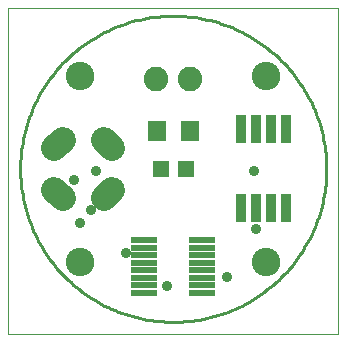
<source format=gts>
G75*
%MOIN*%
%OFA0B0*%
%FSLAX25Y25*%
%IPPOS*%
%LPD*%
%AMOC8*
5,1,8,0,0,1.08239X$1,22.5*
%
%ADD10C,0.00000*%
%ADD11C,0.01000*%
%ADD12C,0.09500*%
%ADD13R,0.06312X0.07099*%
%ADD14R,0.08600X0.02200*%
%ADD15R,0.03200X0.09500*%
%ADD16R,0.05524X0.05524*%
%ADD17C,0.08200*%
%ADD18C,0.08674*%
%ADD19C,0.03500*%
D10*
X0006500Y0001500D02*
X0006500Y0110201D01*
X0116421Y0110201D01*
X0116421Y0001500D01*
X0006500Y0001500D01*
X0026150Y0025500D02*
X0026152Y0025631D01*
X0026158Y0025763D01*
X0026168Y0025894D01*
X0026182Y0026024D01*
X0026200Y0026155D01*
X0026221Y0026284D01*
X0026247Y0026413D01*
X0026276Y0026541D01*
X0026310Y0026668D01*
X0026347Y0026794D01*
X0026388Y0026919D01*
X0026433Y0027043D01*
X0026481Y0027165D01*
X0026533Y0027285D01*
X0026589Y0027404D01*
X0026648Y0027522D01*
X0026711Y0027637D01*
X0026777Y0027750D01*
X0026847Y0027862D01*
X0026920Y0027971D01*
X0026996Y0028078D01*
X0027076Y0028183D01*
X0027158Y0028285D01*
X0027244Y0028385D01*
X0027333Y0028482D01*
X0027424Y0028576D01*
X0027518Y0028667D01*
X0027615Y0028756D01*
X0027715Y0028842D01*
X0027817Y0028924D01*
X0027922Y0029004D01*
X0028029Y0029080D01*
X0028138Y0029153D01*
X0028250Y0029223D01*
X0028363Y0029289D01*
X0028478Y0029352D01*
X0028596Y0029411D01*
X0028715Y0029467D01*
X0028835Y0029519D01*
X0028957Y0029567D01*
X0029081Y0029612D01*
X0029206Y0029653D01*
X0029332Y0029690D01*
X0029459Y0029724D01*
X0029587Y0029753D01*
X0029716Y0029779D01*
X0029845Y0029800D01*
X0029976Y0029818D01*
X0030106Y0029832D01*
X0030237Y0029842D01*
X0030369Y0029848D01*
X0030500Y0029850D01*
X0030631Y0029848D01*
X0030763Y0029842D01*
X0030894Y0029832D01*
X0031024Y0029818D01*
X0031155Y0029800D01*
X0031284Y0029779D01*
X0031413Y0029753D01*
X0031541Y0029724D01*
X0031668Y0029690D01*
X0031794Y0029653D01*
X0031919Y0029612D01*
X0032043Y0029567D01*
X0032165Y0029519D01*
X0032285Y0029467D01*
X0032404Y0029411D01*
X0032522Y0029352D01*
X0032637Y0029289D01*
X0032750Y0029223D01*
X0032862Y0029153D01*
X0032971Y0029080D01*
X0033078Y0029004D01*
X0033183Y0028924D01*
X0033285Y0028842D01*
X0033385Y0028756D01*
X0033482Y0028667D01*
X0033576Y0028576D01*
X0033667Y0028482D01*
X0033756Y0028385D01*
X0033842Y0028285D01*
X0033924Y0028183D01*
X0034004Y0028078D01*
X0034080Y0027971D01*
X0034153Y0027862D01*
X0034223Y0027750D01*
X0034289Y0027637D01*
X0034352Y0027522D01*
X0034411Y0027404D01*
X0034467Y0027285D01*
X0034519Y0027165D01*
X0034567Y0027043D01*
X0034612Y0026919D01*
X0034653Y0026794D01*
X0034690Y0026668D01*
X0034724Y0026541D01*
X0034753Y0026413D01*
X0034779Y0026284D01*
X0034800Y0026155D01*
X0034818Y0026024D01*
X0034832Y0025894D01*
X0034842Y0025763D01*
X0034848Y0025631D01*
X0034850Y0025500D01*
X0034848Y0025369D01*
X0034842Y0025237D01*
X0034832Y0025106D01*
X0034818Y0024976D01*
X0034800Y0024845D01*
X0034779Y0024716D01*
X0034753Y0024587D01*
X0034724Y0024459D01*
X0034690Y0024332D01*
X0034653Y0024206D01*
X0034612Y0024081D01*
X0034567Y0023957D01*
X0034519Y0023835D01*
X0034467Y0023715D01*
X0034411Y0023596D01*
X0034352Y0023478D01*
X0034289Y0023363D01*
X0034223Y0023250D01*
X0034153Y0023138D01*
X0034080Y0023029D01*
X0034004Y0022922D01*
X0033924Y0022817D01*
X0033842Y0022715D01*
X0033756Y0022615D01*
X0033667Y0022518D01*
X0033576Y0022424D01*
X0033482Y0022333D01*
X0033385Y0022244D01*
X0033285Y0022158D01*
X0033183Y0022076D01*
X0033078Y0021996D01*
X0032971Y0021920D01*
X0032862Y0021847D01*
X0032750Y0021777D01*
X0032637Y0021711D01*
X0032522Y0021648D01*
X0032404Y0021589D01*
X0032285Y0021533D01*
X0032165Y0021481D01*
X0032043Y0021433D01*
X0031919Y0021388D01*
X0031794Y0021347D01*
X0031668Y0021310D01*
X0031541Y0021276D01*
X0031413Y0021247D01*
X0031284Y0021221D01*
X0031155Y0021200D01*
X0031024Y0021182D01*
X0030894Y0021168D01*
X0030763Y0021158D01*
X0030631Y0021152D01*
X0030500Y0021150D01*
X0030369Y0021152D01*
X0030237Y0021158D01*
X0030106Y0021168D01*
X0029976Y0021182D01*
X0029845Y0021200D01*
X0029716Y0021221D01*
X0029587Y0021247D01*
X0029459Y0021276D01*
X0029332Y0021310D01*
X0029206Y0021347D01*
X0029081Y0021388D01*
X0028957Y0021433D01*
X0028835Y0021481D01*
X0028715Y0021533D01*
X0028596Y0021589D01*
X0028478Y0021648D01*
X0028363Y0021711D01*
X0028250Y0021777D01*
X0028138Y0021847D01*
X0028029Y0021920D01*
X0027922Y0021996D01*
X0027817Y0022076D01*
X0027715Y0022158D01*
X0027615Y0022244D01*
X0027518Y0022333D01*
X0027424Y0022424D01*
X0027333Y0022518D01*
X0027244Y0022615D01*
X0027158Y0022715D01*
X0027076Y0022817D01*
X0026996Y0022922D01*
X0026920Y0023029D01*
X0026847Y0023138D01*
X0026777Y0023250D01*
X0026711Y0023363D01*
X0026648Y0023478D01*
X0026589Y0023596D01*
X0026533Y0023715D01*
X0026481Y0023835D01*
X0026433Y0023957D01*
X0026388Y0024081D01*
X0026347Y0024206D01*
X0026310Y0024332D01*
X0026276Y0024459D01*
X0026247Y0024587D01*
X0026221Y0024716D01*
X0026200Y0024845D01*
X0026182Y0024976D01*
X0026168Y0025106D01*
X0026158Y0025237D01*
X0026152Y0025369D01*
X0026150Y0025500D01*
X0088150Y0025500D02*
X0088152Y0025631D01*
X0088158Y0025763D01*
X0088168Y0025894D01*
X0088182Y0026024D01*
X0088200Y0026155D01*
X0088221Y0026284D01*
X0088247Y0026413D01*
X0088276Y0026541D01*
X0088310Y0026668D01*
X0088347Y0026794D01*
X0088388Y0026919D01*
X0088433Y0027043D01*
X0088481Y0027165D01*
X0088533Y0027285D01*
X0088589Y0027404D01*
X0088648Y0027522D01*
X0088711Y0027637D01*
X0088777Y0027750D01*
X0088847Y0027862D01*
X0088920Y0027971D01*
X0088996Y0028078D01*
X0089076Y0028183D01*
X0089158Y0028285D01*
X0089244Y0028385D01*
X0089333Y0028482D01*
X0089424Y0028576D01*
X0089518Y0028667D01*
X0089615Y0028756D01*
X0089715Y0028842D01*
X0089817Y0028924D01*
X0089922Y0029004D01*
X0090029Y0029080D01*
X0090138Y0029153D01*
X0090250Y0029223D01*
X0090363Y0029289D01*
X0090478Y0029352D01*
X0090596Y0029411D01*
X0090715Y0029467D01*
X0090835Y0029519D01*
X0090957Y0029567D01*
X0091081Y0029612D01*
X0091206Y0029653D01*
X0091332Y0029690D01*
X0091459Y0029724D01*
X0091587Y0029753D01*
X0091716Y0029779D01*
X0091845Y0029800D01*
X0091976Y0029818D01*
X0092106Y0029832D01*
X0092237Y0029842D01*
X0092369Y0029848D01*
X0092500Y0029850D01*
X0092631Y0029848D01*
X0092763Y0029842D01*
X0092894Y0029832D01*
X0093024Y0029818D01*
X0093155Y0029800D01*
X0093284Y0029779D01*
X0093413Y0029753D01*
X0093541Y0029724D01*
X0093668Y0029690D01*
X0093794Y0029653D01*
X0093919Y0029612D01*
X0094043Y0029567D01*
X0094165Y0029519D01*
X0094285Y0029467D01*
X0094404Y0029411D01*
X0094522Y0029352D01*
X0094637Y0029289D01*
X0094750Y0029223D01*
X0094862Y0029153D01*
X0094971Y0029080D01*
X0095078Y0029004D01*
X0095183Y0028924D01*
X0095285Y0028842D01*
X0095385Y0028756D01*
X0095482Y0028667D01*
X0095576Y0028576D01*
X0095667Y0028482D01*
X0095756Y0028385D01*
X0095842Y0028285D01*
X0095924Y0028183D01*
X0096004Y0028078D01*
X0096080Y0027971D01*
X0096153Y0027862D01*
X0096223Y0027750D01*
X0096289Y0027637D01*
X0096352Y0027522D01*
X0096411Y0027404D01*
X0096467Y0027285D01*
X0096519Y0027165D01*
X0096567Y0027043D01*
X0096612Y0026919D01*
X0096653Y0026794D01*
X0096690Y0026668D01*
X0096724Y0026541D01*
X0096753Y0026413D01*
X0096779Y0026284D01*
X0096800Y0026155D01*
X0096818Y0026024D01*
X0096832Y0025894D01*
X0096842Y0025763D01*
X0096848Y0025631D01*
X0096850Y0025500D01*
X0096848Y0025369D01*
X0096842Y0025237D01*
X0096832Y0025106D01*
X0096818Y0024976D01*
X0096800Y0024845D01*
X0096779Y0024716D01*
X0096753Y0024587D01*
X0096724Y0024459D01*
X0096690Y0024332D01*
X0096653Y0024206D01*
X0096612Y0024081D01*
X0096567Y0023957D01*
X0096519Y0023835D01*
X0096467Y0023715D01*
X0096411Y0023596D01*
X0096352Y0023478D01*
X0096289Y0023363D01*
X0096223Y0023250D01*
X0096153Y0023138D01*
X0096080Y0023029D01*
X0096004Y0022922D01*
X0095924Y0022817D01*
X0095842Y0022715D01*
X0095756Y0022615D01*
X0095667Y0022518D01*
X0095576Y0022424D01*
X0095482Y0022333D01*
X0095385Y0022244D01*
X0095285Y0022158D01*
X0095183Y0022076D01*
X0095078Y0021996D01*
X0094971Y0021920D01*
X0094862Y0021847D01*
X0094750Y0021777D01*
X0094637Y0021711D01*
X0094522Y0021648D01*
X0094404Y0021589D01*
X0094285Y0021533D01*
X0094165Y0021481D01*
X0094043Y0021433D01*
X0093919Y0021388D01*
X0093794Y0021347D01*
X0093668Y0021310D01*
X0093541Y0021276D01*
X0093413Y0021247D01*
X0093284Y0021221D01*
X0093155Y0021200D01*
X0093024Y0021182D01*
X0092894Y0021168D01*
X0092763Y0021158D01*
X0092631Y0021152D01*
X0092500Y0021150D01*
X0092369Y0021152D01*
X0092237Y0021158D01*
X0092106Y0021168D01*
X0091976Y0021182D01*
X0091845Y0021200D01*
X0091716Y0021221D01*
X0091587Y0021247D01*
X0091459Y0021276D01*
X0091332Y0021310D01*
X0091206Y0021347D01*
X0091081Y0021388D01*
X0090957Y0021433D01*
X0090835Y0021481D01*
X0090715Y0021533D01*
X0090596Y0021589D01*
X0090478Y0021648D01*
X0090363Y0021711D01*
X0090250Y0021777D01*
X0090138Y0021847D01*
X0090029Y0021920D01*
X0089922Y0021996D01*
X0089817Y0022076D01*
X0089715Y0022158D01*
X0089615Y0022244D01*
X0089518Y0022333D01*
X0089424Y0022424D01*
X0089333Y0022518D01*
X0089244Y0022615D01*
X0089158Y0022715D01*
X0089076Y0022817D01*
X0088996Y0022922D01*
X0088920Y0023029D01*
X0088847Y0023138D01*
X0088777Y0023250D01*
X0088711Y0023363D01*
X0088648Y0023478D01*
X0088589Y0023596D01*
X0088533Y0023715D01*
X0088481Y0023835D01*
X0088433Y0023957D01*
X0088388Y0024081D01*
X0088347Y0024206D01*
X0088310Y0024332D01*
X0088276Y0024459D01*
X0088247Y0024587D01*
X0088221Y0024716D01*
X0088200Y0024845D01*
X0088182Y0024976D01*
X0088168Y0025106D01*
X0088158Y0025237D01*
X0088152Y0025369D01*
X0088150Y0025500D01*
X0088150Y0087500D02*
X0088152Y0087631D01*
X0088158Y0087763D01*
X0088168Y0087894D01*
X0088182Y0088024D01*
X0088200Y0088155D01*
X0088221Y0088284D01*
X0088247Y0088413D01*
X0088276Y0088541D01*
X0088310Y0088668D01*
X0088347Y0088794D01*
X0088388Y0088919D01*
X0088433Y0089043D01*
X0088481Y0089165D01*
X0088533Y0089285D01*
X0088589Y0089404D01*
X0088648Y0089522D01*
X0088711Y0089637D01*
X0088777Y0089750D01*
X0088847Y0089862D01*
X0088920Y0089971D01*
X0088996Y0090078D01*
X0089076Y0090183D01*
X0089158Y0090285D01*
X0089244Y0090385D01*
X0089333Y0090482D01*
X0089424Y0090576D01*
X0089518Y0090667D01*
X0089615Y0090756D01*
X0089715Y0090842D01*
X0089817Y0090924D01*
X0089922Y0091004D01*
X0090029Y0091080D01*
X0090138Y0091153D01*
X0090250Y0091223D01*
X0090363Y0091289D01*
X0090478Y0091352D01*
X0090596Y0091411D01*
X0090715Y0091467D01*
X0090835Y0091519D01*
X0090957Y0091567D01*
X0091081Y0091612D01*
X0091206Y0091653D01*
X0091332Y0091690D01*
X0091459Y0091724D01*
X0091587Y0091753D01*
X0091716Y0091779D01*
X0091845Y0091800D01*
X0091976Y0091818D01*
X0092106Y0091832D01*
X0092237Y0091842D01*
X0092369Y0091848D01*
X0092500Y0091850D01*
X0092631Y0091848D01*
X0092763Y0091842D01*
X0092894Y0091832D01*
X0093024Y0091818D01*
X0093155Y0091800D01*
X0093284Y0091779D01*
X0093413Y0091753D01*
X0093541Y0091724D01*
X0093668Y0091690D01*
X0093794Y0091653D01*
X0093919Y0091612D01*
X0094043Y0091567D01*
X0094165Y0091519D01*
X0094285Y0091467D01*
X0094404Y0091411D01*
X0094522Y0091352D01*
X0094637Y0091289D01*
X0094750Y0091223D01*
X0094862Y0091153D01*
X0094971Y0091080D01*
X0095078Y0091004D01*
X0095183Y0090924D01*
X0095285Y0090842D01*
X0095385Y0090756D01*
X0095482Y0090667D01*
X0095576Y0090576D01*
X0095667Y0090482D01*
X0095756Y0090385D01*
X0095842Y0090285D01*
X0095924Y0090183D01*
X0096004Y0090078D01*
X0096080Y0089971D01*
X0096153Y0089862D01*
X0096223Y0089750D01*
X0096289Y0089637D01*
X0096352Y0089522D01*
X0096411Y0089404D01*
X0096467Y0089285D01*
X0096519Y0089165D01*
X0096567Y0089043D01*
X0096612Y0088919D01*
X0096653Y0088794D01*
X0096690Y0088668D01*
X0096724Y0088541D01*
X0096753Y0088413D01*
X0096779Y0088284D01*
X0096800Y0088155D01*
X0096818Y0088024D01*
X0096832Y0087894D01*
X0096842Y0087763D01*
X0096848Y0087631D01*
X0096850Y0087500D01*
X0096848Y0087369D01*
X0096842Y0087237D01*
X0096832Y0087106D01*
X0096818Y0086976D01*
X0096800Y0086845D01*
X0096779Y0086716D01*
X0096753Y0086587D01*
X0096724Y0086459D01*
X0096690Y0086332D01*
X0096653Y0086206D01*
X0096612Y0086081D01*
X0096567Y0085957D01*
X0096519Y0085835D01*
X0096467Y0085715D01*
X0096411Y0085596D01*
X0096352Y0085478D01*
X0096289Y0085363D01*
X0096223Y0085250D01*
X0096153Y0085138D01*
X0096080Y0085029D01*
X0096004Y0084922D01*
X0095924Y0084817D01*
X0095842Y0084715D01*
X0095756Y0084615D01*
X0095667Y0084518D01*
X0095576Y0084424D01*
X0095482Y0084333D01*
X0095385Y0084244D01*
X0095285Y0084158D01*
X0095183Y0084076D01*
X0095078Y0083996D01*
X0094971Y0083920D01*
X0094862Y0083847D01*
X0094750Y0083777D01*
X0094637Y0083711D01*
X0094522Y0083648D01*
X0094404Y0083589D01*
X0094285Y0083533D01*
X0094165Y0083481D01*
X0094043Y0083433D01*
X0093919Y0083388D01*
X0093794Y0083347D01*
X0093668Y0083310D01*
X0093541Y0083276D01*
X0093413Y0083247D01*
X0093284Y0083221D01*
X0093155Y0083200D01*
X0093024Y0083182D01*
X0092894Y0083168D01*
X0092763Y0083158D01*
X0092631Y0083152D01*
X0092500Y0083150D01*
X0092369Y0083152D01*
X0092237Y0083158D01*
X0092106Y0083168D01*
X0091976Y0083182D01*
X0091845Y0083200D01*
X0091716Y0083221D01*
X0091587Y0083247D01*
X0091459Y0083276D01*
X0091332Y0083310D01*
X0091206Y0083347D01*
X0091081Y0083388D01*
X0090957Y0083433D01*
X0090835Y0083481D01*
X0090715Y0083533D01*
X0090596Y0083589D01*
X0090478Y0083648D01*
X0090363Y0083711D01*
X0090250Y0083777D01*
X0090138Y0083847D01*
X0090029Y0083920D01*
X0089922Y0083996D01*
X0089817Y0084076D01*
X0089715Y0084158D01*
X0089615Y0084244D01*
X0089518Y0084333D01*
X0089424Y0084424D01*
X0089333Y0084518D01*
X0089244Y0084615D01*
X0089158Y0084715D01*
X0089076Y0084817D01*
X0088996Y0084922D01*
X0088920Y0085029D01*
X0088847Y0085138D01*
X0088777Y0085250D01*
X0088711Y0085363D01*
X0088648Y0085478D01*
X0088589Y0085596D01*
X0088533Y0085715D01*
X0088481Y0085835D01*
X0088433Y0085957D01*
X0088388Y0086081D01*
X0088347Y0086206D01*
X0088310Y0086332D01*
X0088276Y0086459D01*
X0088247Y0086587D01*
X0088221Y0086716D01*
X0088200Y0086845D01*
X0088182Y0086976D01*
X0088168Y0087106D01*
X0088158Y0087237D01*
X0088152Y0087369D01*
X0088150Y0087500D01*
X0026150Y0087500D02*
X0026152Y0087631D01*
X0026158Y0087763D01*
X0026168Y0087894D01*
X0026182Y0088024D01*
X0026200Y0088155D01*
X0026221Y0088284D01*
X0026247Y0088413D01*
X0026276Y0088541D01*
X0026310Y0088668D01*
X0026347Y0088794D01*
X0026388Y0088919D01*
X0026433Y0089043D01*
X0026481Y0089165D01*
X0026533Y0089285D01*
X0026589Y0089404D01*
X0026648Y0089522D01*
X0026711Y0089637D01*
X0026777Y0089750D01*
X0026847Y0089862D01*
X0026920Y0089971D01*
X0026996Y0090078D01*
X0027076Y0090183D01*
X0027158Y0090285D01*
X0027244Y0090385D01*
X0027333Y0090482D01*
X0027424Y0090576D01*
X0027518Y0090667D01*
X0027615Y0090756D01*
X0027715Y0090842D01*
X0027817Y0090924D01*
X0027922Y0091004D01*
X0028029Y0091080D01*
X0028138Y0091153D01*
X0028250Y0091223D01*
X0028363Y0091289D01*
X0028478Y0091352D01*
X0028596Y0091411D01*
X0028715Y0091467D01*
X0028835Y0091519D01*
X0028957Y0091567D01*
X0029081Y0091612D01*
X0029206Y0091653D01*
X0029332Y0091690D01*
X0029459Y0091724D01*
X0029587Y0091753D01*
X0029716Y0091779D01*
X0029845Y0091800D01*
X0029976Y0091818D01*
X0030106Y0091832D01*
X0030237Y0091842D01*
X0030369Y0091848D01*
X0030500Y0091850D01*
X0030631Y0091848D01*
X0030763Y0091842D01*
X0030894Y0091832D01*
X0031024Y0091818D01*
X0031155Y0091800D01*
X0031284Y0091779D01*
X0031413Y0091753D01*
X0031541Y0091724D01*
X0031668Y0091690D01*
X0031794Y0091653D01*
X0031919Y0091612D01*
X0032043Y0091567D01*
X0032165Y0091519D01*
X0032285Y0091467D01*
X0032404Y0091411D01*
X0032522Y0091352D01*
X0032637Y0091289D01*
X0032750Y0091223D01*
X0032862Y0091153D01*
X0032971Y0091080D01*
X0033078Y0091004D01*
X0033183Y0090924D01*
X0033285Y0090842D01*
X0033385Y0090756D01*
X0033482Y0090667D01*
X0033576Y0090576D01*
X0033667Y0090482D01*
X0033756Y0090385D01*
X0033842Y0090285D01*
X0033924Y0090183D01*
X0034004Y0090078D01*
X0034080Y0089971D01*
X0034153Y0089862D01*
X0034223Y0089750D01*
X0034289Y0089637D01*
X0034352Y0089522D01*
X0034411Y0089404D01*
X0034467Y0089285D01*
X0034519Y0089165D01*
X0034567Y0089043D01*
X0034612Y0088919D01*
X0034653Y0088794D01*
X0034690Y0088668D01*
X0034724Y0088541D01*
X0034753Y0088413D01*
X0034779Y0088284D01*
X0034800Y0088155D01*
X0034818Y0088024D01*
X0034832Y0087894D01*
X0034842Y0087763D01*
X0034848Y0087631D01*
X0034850Y0087500D01*
X0034848Y0087369D01*
X0034842Y0087237D01*
X0034832Y0087106D01*
X0034818Y0086976D01*
X0034800Y0086845D01*
X0034779Y0086716D01*
X0034753Y0086587D01*
X0034724Y0086459D01*
X0034690Y0086332D01*
X0034653Y0086206D01*
X0034612Y0086081D01*
X0034567Y0085957D01*
X0034519Y0085835D01*
X0034467Y0085715D01*
X0034411Y0085596D01*
X0034352Y0085478D01*
X0034289Y0085363D01*
X0034223Y0085250D01*
X0034153Y0085138D01*
X0034080Y0085029D01*
X0034004Y0084922D01*
X0033924Y0084817D01*
X0033842Y0084715D01*
X0033756Y0084615D01*
X0033667Y0084518D01*
X0033576Y0084424D01*
X0033482Y0084333D01*
X0033385Y0084244D01*
X0033285Y0084158D01*
X0033183Y0084076D01*
X0033078Y0083996D01*
X0032971Y0083920D01*
X0032862Y0083847D01*
X0032750Y0083777D01*
X0032637Y0083711D01*
X0032522Y0083648D01*
X0032404Y0083589D01*
X0032285Y0083533D01*
X0032165Y0083481D01*
X0032043Y0083433D01*
X0031919Y0083388D01*
X0031794Y0083347D01*
X0031668Y0083310D01*
X0031541Y0083276D01*
X0031413Y0083247D01*
X0031284Y0083221D01*
X0031155Y0083200D01*
X0031024Y0083182D01*
X0030894Y0083168D01*
X0030763Y0083158D01*
X0030631Y0083152D01*
X0030500Y0083150D01*
X0030369Y0083152D01*
X0030237Y0083158D01*
X0030106Y0083168D01*
X0029976Y0083182D01*
X0029845Y0083200D01*
X0029716Y0083221D01*
X0029587Y0083247D01*
X0029459Y0083276D01*
X0029332Y0083310D01*
X0029206Y0083347D01*
X0029081Y0083388D01*
X0028957Y0083433D01*
X0028835Y0083481D01*
X0028715Y0083533D01*
X0028596Y0083589D01*
X0028478Y0083648D01*
X0028363Y0083711D01*
X0028250Y0083777D01*
X0028138Y0083847D01*
X0028029Y0083920D01*
X0027922Y0083996D01*
X0027817Y0084076D01*
X0027715Y0084158D01*
X0027615Y0084244D01*
X0027518Y0084333D01*
X0027424Y0084424D01*
X0027333Y0084518D01*
X0027244Y0084615D01*
X0027158Y0084715D01*
X0027076Y0084817D01*
X0026996Y0084922D01*
X0026920Y0085029D01*
X0026847Y0085138D01*
X0026777Y0085250D01*
X0026711Y0085363D01*
X0026648Y0085478D01*
X0026589Y0085596D01*
X0026533Y0085715D01*
X0026481Y0085835D01*
X0026433Y0085957D01*
X0026388Y0086081D01*
X0026347Y0086206D01*
X0026310Y0086332D01*
X0026276Y0086459D01*
X0026247Y0086587D01*
X0026221Y0086716D01*
X0026200Y0086845D01*
X0026182Y0086976D01*
X0026168Y0087106D01*
X0026158Y0087237D01*
X0026152Y0087369D01*
X0026150Y0087500D01*
D11*
X0010500Y0056500D02*
X0010515Y0057752D01*
X0010561Y0059002D01*
X0010638Y0060252D01*
X0010746Y0061499D01*
X0010884Y0062743D01*
X0011052Y0063983D01*
X0011251Y0065219D01*
X0011480Y0066450D01*
X0011739Y0067674D01*
X0012028Y0068892D01*
X0012347Y0070102D01*
X0012696Y0071305D01*
X0013074Y0072498D01*
X0013481Y0073681D01*
X0013917Y0074855D01*
X0014382Y0076017D01*
X0014875Y0077167D01*
X0015397Y0078305D01*
X0015946Y0079430D01*
X0016522Y0080541D01*
X0017126Y0081638D01*
X0017756Y0082719D01*
X0018412Y0083785D01*
X0019095Y0084834D01*
X0019803Y0085866D01*
X0020536Y0086881D01*
X0021294Y0087877D01*
X0022076Y0088854D01*
X0022882Y0089812D01*
X0023711Y0090750D01*
X0024563Y0091667D01*
X0025438Y0092562D01*
X0026333Y0093437D01*
X0027250Y0094289D01*
X0028188Y0095118D01*
X0029146Y0095924D01*
X0030123Y0096706D01*
X0031119Y0097464D01*
X0032134Y0098197D01*
X0033166Y0098905D01*
X0034215Y0099588D01*
X0035281Y0100244D01*
X0036362Y0100874D01*
X0037459Y0101478D01*
X0038570Y0102054D01*
X0039695Y0102603D01*
X0040833Y0103125D01*
X0041983Y0103618D01*
X0043145Y0104083D01*
X0044319Y0104519D01*
X0045502Y0104926D01*
X0046695Y0105304D01*
X0047898Y0105653D01*
X0049108Y0105972D01*
X0050326Y0106261D01*
X0051550Y0106520D01*
X0052781Y0106749D01*
X0054017Y0106948D01*
X0055257Y0107116D01*
X0056501Y0107254D01*
X0057748Y0107362D01*
X0058998Y0107439D01*
X0060248Y0107485D01*
X0061500Y0107500D01*
X0062752Y0107485D01*
X0064002Y0107439D01*
X0065252Y0107362D01*
X0066499Y0107254D01*
X0067743Y0107116D01*
X0068983Y0106948D01*
X0070219Y0106749D01*
X0071450Y0106520D01*
X0072674Y0106261D01*
X0073892Y0105972D01*
X0075102Y0105653D01*
X0076305Y0105304D01*
X0077498Y0104926D01*
X0078681Y0104519D01*
X0079855Y0104083D01*
X0081017Y0103618D01*
X0082167Y0103125D01*
X0083305Y0102603D01*
X0084430Y0102054D01*
X0085541Y0101478D01*
X0086638Y0100874D01*
X0087719Y0100244D01*
X0088785Y0099588D01*
X0089834Y0098905D01*
X0090866Y0098197D01*
X0091881Y0097464D01*
X0092877Y0096706D01*
X0093854Y0095924D01*
X0094812Y0095118D01*
X0095750Y0094289D01*
X0096667Y0093437D01*
X0097562Y0092562D01*
X0098437Y0091667D01*
X0099289Y0090750D01*
X0100118Y0089812D01*
X0100924Y0088854D01*
X0101706Y0087877D01*
X0102464Y0086881D01*
X0103197Y0085866D01*
X0103905Y0084834D01*
X0104588Y0083785D01*
X0105244Y0082719D01*
X0105874Y0081638D01*
X0106478Y0080541D01*
X0107054Y0079430D01*
X0107603Y0078305D01*
X0108125Y0077167D01*
X0108618Y0076017D01*
X0109083Y0074855D01*
X0109519Y0073681D01*
X0109926Y0072498D01*
X0110304Y0071305D01*
X0110653Y0070102D01*
X0110972Y0068892D01*
X0111261Y0067674D01*
X0111520Y0066450D01*
X0111749Y0065219D01*
X0111948Y0063983D01*
X0112116Y0062743D01*
X0112254Y0061499D01*
X0112362Y0060252D01*
X0112439Y0059002D01*
X0112485Y0057752D01*
X0112500Y0056500D01*
X0112485Y0055248D01*
X0112439Y0053998D01*
X0112362Y0052748D01*
X0112254Y0051501D01*
X0112116Y0050257D01*
X0111948Y0049017D01*
X0111749Y0047781D01*
X0111520Y0046550D01*
X0111261Y0045326D01*
X0110972Y0044108D01*
X0110653Y0042898D01*
X0110304Y0041695D01*
X0109926Y0040502D01*
X0109519Y0039319D01*
X0109083Y0038145D01*
X0108618Y0036983D01*
X0108125Y0035833D01*
X0107603Y0034695D01*
X0107054Y0033570D01*
X0106478Y0032459D01*
X0105874Y0031362D01*
X0105244Y0030281D01*
X0104588Y0029215D01*
X0103905Y0028166D01*
X0103197Y0027134D01*
X0102464Y0026119D01*
X0101706Y0025123D01*
X0100924Y0024146D01*
X0100118Y0023188D01*
X0099289Y0022250D01*
X0098437Y0021333D01*
X0097562Y0020438D01*
X0096667Y0019563D01*
X0095750Y0018711D01*
X0094812Y0017882D01*
X0093854Y0017076D01*
X0092877Y0016294D01*
X0091881Y0015536D01*
X0090866Y0014803D01*
X0089834Y0014095D01*
X0088785Y0013412D01*
X0087719Y0012756D01*
X0086638Y0012126D01*
X0085541Y0011522D01*
X0084430Y0010946D01*
X0083305Y0010397D01*
X0082167Y0009875D01*
X0081017Y0009382D01*
X0079855Y0008917D01*
X0078681Y0008481D01*
X0077498Y0008074D01*
X0076305Y0007696D01*
X0075102Y0007347D01*
X0073892Y0007028D01*
X0072674Y0006739D01*
X0071450Y0006480D01*
X0070219Y0006251D01*
X0068983Y0006052D01*
X0067743Y0005884D01*
X0066499Y0005746D01*
X0065252Y0005638D01*
X0064002Y0005561D01*
X0062752Y0005515D01*
X0061500Y0005500D01*
X0060248Y0005515D01*
X0058998Y0005561D01*
X0057748Y0005638D01*
X0056501Y0005746D01*
X0055257Y0005884D01*
X0054017Y0006052D01*
X0052781Y0006251D01*
X0051550Y0006480D01*
X0050326Y0006739D01*
X0049108Y0007028D01*
X0047898Y0007347D01*
X0046695Y0007696D01*
X0045502Y0008074D01*
X0044319Y0008481D01*
X0043145Y0008917D01*
X0041983Y0009382D01*
X0040833Y0009875D01*
X0039695Y0010397D01*
X0038570Y0010946D01*
X0037459Y0011522D01*
X0036362Y0012126D01*
X0035281Y0012756D01*
X0034215Y0013412D01*
X0033166Y0014095D01*
X0032134Y0014803D01*
X0031119Y0015536D01*
X0030123Y0016294D01*
X0029146Y0017076D01*
X0028188Y0017882D01*
X0027250Y0018711D01*
X0026333Y0019563D01*
X0025438Y0020438D01*
X0024563Y0021333D01*
X0023711Y0022250D01*
X0022882Y0023188D01*
X0022076Y0024146D01*
X0021294Y0025123D01*
X0020536Y0026119D01*
X0019803Y0027134D01*
X0019095Y0028166D01*
X0018412Y0029215D01*
X0017756Y0030281D01*
X0017126Y0031362D01*
X0016522Y0032459D01*
X0015946Y0033570D01*
X0015397Y0034695D01*
X0014875Y0035833D01*
X0014382Y0036983D01*
X0013917Y0038145D01*
X0013481Y0039319D01*
X0013074Y0040502D01*
X0012696Y0041695D01*
X0012347Y0042898D01*
X0012028Y0044108D01*
X0011739Y0045326D01*
X0011480Y0046550D01*
X0011251Y0047781D01*
X0011052Y0049017D01*
X0010884Y0050257D01*
X0010746Y0051501D01*
X0010638Y0052748D01*
X0010561Y0053998D01*
X0010515Y0055248D01*
X0010500Y0056500D01*
D12*
X0030500Y0087500D03*
X0092500Y0087500D03*
X0092500Y0025500D03*
X0030500Y0025500D03*
D13*
X0055988Y0069000D03*
X0067012Y0069000D03*
D14*
X0071200Y0032800D03*
X0071200Y0030200D03*
X0071200Y0027800D03*
X0071200Y0025200D03*
X0071200Y0022800D03*
X0071200Y0020200D03*
X0071200Y0017800D03*
X0071200Y0015200D03*
X0051800Y0015200D03*
X0051800Y0017800D03*
X0051800Y0020200D03*
X0051800Y0022800D03*
X0051800Y0025200D03*
X0051800Y0027800D03*
X0051800Y0030200D03*
X0051800Y0032800D03*
D15*
X0084000Y0043300D03*
X0089000Y0043300D03*
X0094000Y0043300D03*
X0099000Y0043300D03*
X0099000Y0069800D03*
X0094000Y0069800D03*
X0089000Y0069800D03*
X0084000Y0069800D03*
D16*
X0065634Y0056500D03*
X0057366Y0056500D03*
D17*
X0055800Y0086500D03*
X0067200Y0086500D03*
D18*
X0041178Y0063396D02*
X0038396Y0066178D01*
X0024604Y0066178D02*
X0021822Y0063396D01*
X0021822Y0049604D02*
X0024604Y0046822D01*
X0038396Y0046822D02*
X0041178Y0049604D01*
D19*
X0035875Y0055875D03*
X0028375Y0052750D03*
X0034000Y0042750D03*
X0030500Y0038500D03*
X0045875Y0028375D03*
X0059500Y0017500D03*
X0079500Y0020500D03*
X0089000Y0036500D03*
X0088375Y0055875D03*
M02*

</source>
